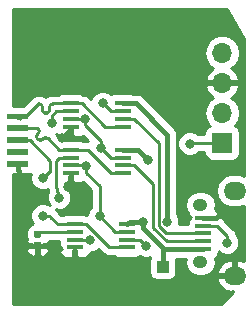
<source format=gtl>
G04 #@! TF.GenerationSoftware,KiCad,Pcbnew,5.0.2+dfsg1-1*
G04 #@! TF.CreationDate,2019-03-31T19:45:05+02:00*
G04 #@! TF.ProjectId,gj-adapter,676a2d61-6461-4707-9465-722e6b696361,rev?*
G04 #@! TF.SameCoordinates,Original*
G04 #@! TF.FileFunction,Copper,L1,Top*
G04 #@! TF.FilePolarity,Positive*
%FSLAX46Y46*%
G04 Gerber Fmt 4.6, Leading zero omitted, Abs format (unit mm)*
G04 Created by KiCad (PCBNEW 5.0.2+dfsg1-1) date dom 31 mar 2019 19:45:05 CEST*
%MOMM*%
%LPD*%
G01*
G04 APERTURE LIST*
G04 #@! TA.AperFunction,ComponentPad*
%ADD10O,1.250000X1.050000*%
G04 #@! TD*
G04 #@! TA.AperFunction,SMDPad,CuDef*
%ADD11R,1.350000X0.400000*%
G04 #@! TD*
G04 #@! TA.AperFunction,ComponentPad*
%ADD12O,1.900000X1.524000*%
G04 #@! TD*
G04 #@! TA.AperFunction,SMDPad,CuDef*
%ADD13C,0.500000*%
G04 #@! TD*
G04 #@! TA.AperFunction,Conductor*
%ADD14C,0.100000*%
G04 #@! TD*
G04 #@! TA.AperFunction,ComponentPad*
%ADD15R,1.700000X1.700000*%
G04 #@! TD*
G04 #@! TA.AperFunction,ComponentPad*
%ADD16O,1.700000X1.700000*%
G04 #@! TD*
G04 #@! TA.AperFunction,SMDPad,CuDef*
%ADD17C,0.590000*%
G04 #@! TD*
G04 #@! TA.AperFunction,SMDPad,CuDef*
%ADD18R,1.450000X0.450000*%
G04 #@! TD*
G04 #@! TA.AperFunction,SMDPad,CuDef*
%ADD19R,1.000000X1.000000*%
G04 #@! TD*
G04 #@! TA.AperFunction,ViaPad*
%ADD20C,0.800000*%
G04 #@! TD*
G04 #@! TA.AperFunction,Conductor*
%ADD21C,0.200000*%
G04 #@! TD*
G04 #@! TA.AperFunction,Conductor*
%ADD22C,0.250000*%
G04 #@! TD*
G04 #@! TA.AperFunction,Conductor*
%ADD23C,0.400000*%
G04 #@! TD*
G04 #@! TA.AperFunction,Conductor*
%ADD24C,0.254000*%
G04 #@! TD*
G04 APERTURE END LIST*
D10*
G04 #@! TO.P,J3,8*
G04 #@! TO.N,N/C*
X133879000Y-81261000D03*
G04 #@! TO.P,J3,7*
X133879000Y-86111000D03*
D11*
G04 #@! TO.P,J3,5*
G04 #@! TO.N,GND*
X134104000Y-82386000D03*
G04 #@! TO.P,J3,4*
G04 #@! TO.N,ID-PC*
X134104000Y-83036000D03*
G04 #@! TO.P,J3,3*
G04 #@! TO.N,D+-PC*
X134104000Y-83686000D03*
G04 #@! TO.P,J3,2*
G04 #@! TO.N,D--PC*
X134104000Y-84336000D03*
G04 #@! TO.P,J3,1*
G04 #@! TO.N,VCC*
X134104000Y-84986000D03*
D12*
G04 #@! TO.P,J3,9*
G04 #@! TO.N,N/C*
X136779000Y-80086000D03*
G04 #@! TO.P,J3,6*
G04 #@! TO.N,GND*
X136779000Y-87286000D03*
G04 #@! TD*
D13*
G04 #@! TO.P,J1,1*
G04 #@! TO.N,D+*
X118389400Y-73787000D03*
D14*
G04 #@! TD*
G04 #@! TO.N,D+*
G04 #@! TO.C,J1*
G36*
X119314400Y-74037000D02*
X117464400Y-74037000D01*
X117464400Y-73537000D01*
X119314400Y-73537000D01*
X119314400Y-74037000D01*
X119314400Y-74037000D01*
G37*
D13*
G04 #@! TO.P,J1,2*
G04 #@! TO.N,D-*
X118389400Y-74787000D03*
D14*
G04 #@! TD*
G04 #@! TO.N,D-*
G04 #@! TO.C,J1*
G36*
X119314400Y-75037000D02*
X117464400Y-75037000D01*
X117464400Y-74537000D01*
X119314400Y-74537000D01*
X119314400Y-75037000D01*
X119314400Y-75037000D01*
G37*
D13*
G04 #@! TO.P,J1,3*
G04 #@! TO.N,ID-device*
X118389400Y-75787000D03*
D14*
G04 #@! TD*
G04 #@! TO.N,ID-device*
G04 #@! TO.C,J1*
G36*
X119314400Y-76037000D02*
X117464400Y-76037000D01*
X117464400Y-75537000D01*
X119314400Y-75537000D01*
X119314400Y-76037000D01*
X119314400Y-76037000D01*
G37*
D13*
G04 #@! TO.P,J1,4*
G04 #@! TO.N,N/C*
X118389400Y-76787000D03*
D14*
G04 #@! TD*
G04 #@! TO.N,N/C*
G04 #@! TO.C,J1*
G36*
X119314400Y-77037000D02*
X117464400Y-77037000D01*
X117464400Y-76537000D01*
X119314400Y-76537000D01*
X119314400Y-77037000D01*
X119314400Y-77037000D01*
G37*
D13*
G04 #@! TO.P,J1,5*
G04 #@! TO.N,GND*
X118389400Y-77787000D03*
D14*
G04 #@! TD*
G04 #@! TO.N,GND*
G04 #@! TO.C,J1*
G36*
X119314400Y-78037000D02*
X117464400Y-78037000D01*
X117464400Y-77537000D01*
X119314400Y-77537000D01*
X119314400Y-78037000D01*
X119314400Y-78037000D01*
G37*
D15*
G04 #@! TO.P,J2,1*
G04 #@! TO.N,TX*
X135712200Y-76022200D03*
D16*
G04 #@! TO.P,J2,2*
G04 #@! TO.N,RX*
X135712200Y-73482200D03*
G04 #@! TO.P,J2,3*
G04 #@! TO.N,GND*
X135712200Y-70942200D03*
G04 #@! TO.P,J2,4*
G04 #@! TO.N,Mode*
X135712200Y-68402200D03*
G04 #@! TD*
D14*
G04 #@! TO.N,Net-(R1-Pad1)*
G04 #@! TO.C,R1*
G36*
X120278158Y-83449510D02*
X120292476Y-83451634D01*
X120306517Y-83455151D01*
X120320146Y-83460028D01*
X120333231Y-83466217D01*
X120345647Y-83473658D01*
X120357273Y-83482281D01*
X120367998Y-83492002D01*
X120377719Y-83502727D01*
X120386342Y-83514353D01*
X120393783Y-83526769D01*
X120399972Y-83539854D01*
X120404849Y-83553483D01*
X120408366Y-83567524D01*
X120410490Y-83581842D01*
X120411200Y-83596300D01*
X120411200Y-83891300D01*
X120410490Y-83905758D01*
X120408366Y-83920076D01*
X120404849Y-83934117D01*
X120399972Y-83947746D01*
X120393783Y-83960831D01*
X120386342Y-83973247D01*
X120377719Y-83984873D01*
X120367998Y-83995598D01*
X120357273Y-84005319D01*
X120345647Y-84013942D01*
X120333231Y-84021383D01*
X120320146Y-84027572D01*
X120306517Y-84032449D01*
X120292476Y-84035966D01*
X120278158Y-84038090D01*
X120263700Y-84038800D01*
X119918700Y-84038800D01*
X119904242Y-84038090D01*
X119889924Y-84035966D01*
X119875883Y-84032449D01*
X119862254Y-84027572D01*
X119849169Y-84021383D01*
X119836753Y-84013942D01*
X119825127Y-84005319D01*
X119814402Y-83995598D01*
X119804681Y-83984873D01*
X119796058Y-83973247D01*
X119788617Y-83960831D01*
X119782428Y-83947746D01*
X119777551Y-83934117D01*
X119774034Y-83920076D01*
X119771910Y-83905758D01*
X119771200Y-83891300D01*
X119771200Y-83596300D01*
X119771910Y-83581842D01*
X119774034Y-83567524D01*
X119777551Y-83553483D01*
X119782428Y-83539854D01*
X119788617Y-83526769D01*
X119796058Y-83514353D01*
X119804681Y-83502727D01*
X119814402Y-83492002D01*
X119825127Y-83482281D01*
X119836753Y-83473658D01*
X119849169Y-83466217D01*
X119862254Y-83460028D01*
X119875883Y-83455151D01*
X119889924Y-83451634D01*
X119904242Y-83449510D01*
X119918700Y-83448800D01*
X120263700Y-83448800D01*
X120278158Y-83449510D01*
X120278158Y-83449510D01*
G37*
D17*
G04 #@! TD*
G04 #@! TO.P,R1,1*
G04 #@! TO.N,Net-(R1-Pad1)*
X120091200Y-83743800D03*
D14*
G04 #@! TO.N,GND*
G04 #@! TO.C,R1*
G36*
X120278158Y-84419510D02*
X120292476Y-84421634D01*
X120306517Y-84425151D01*
X120320146Y-84430028D01*
X120333231Y-84436217D01*
X120345647Y-84443658D01*
X120357273Y-84452281D01*
X120367998Y-84462002D01*
X120377719Y-84472727D01*
X120386342Y-84484353D01*
X120393783Y-84496769D01*
X120399972Y-84509854D01*
X120404849Y-84523483D01*
X120408366Y-84537524D01*
X120410490Y-84551842D01*
X120411200Y-84566300D01*
X120411200Y-84861300D01*
X120410490Y-84875758D01*
X120408366Y-84890076D01*
X120404849Y-84904117D01*
X120399972Y-84917746D01*
X120393783Y-84930831D01*
X120386342Y-84943247D01*
X120377719Y-84954873D01*
X120367998Y-84965598D01*
X120357273Y-84975319D01*
X120345647Y-84983942D01*
X120333231Y-84991383D01*
X120320146Y-84997572D01*
X120306517Y-85002449D01*
X120292476Y-85005966D01*
X120278158Y-85008090D01*
X120263700Y-85008800D01*
X119918700Y-85008800D01*
X119904242Y-85008090D01*
X119889924Y-85005966D01*
X119875883Y-85002449D01*
X119862254Y-84997572D01*
X119849169Y-84991383D01*
X119836753Y-84983942D01*
X119825127Y-84975319D01*
X119814402Y-84965598D01*
X119804681Y-84954873D01*
X119796058Y-84943247D01*
X119788617Y-84930831D01*
X119782428Y-84917746D01*
X119777551Y-84904117D01*
X119774034Y-84890076D01*
X119771910Y-84875758D01*
X119771200Y-84861300D01*
X119771200Y-84566300D01*
X119771910Y-84551842D01*
X119774034Y-84537524D01*
X119777551Y-84523483D01*
X119782428Y-84509854D01*
X119788617Y-84496769D01*
X119796058Y-84484353D01*
X119804681Y-84472727D01*
X119814402Y-84462002D01*
X119825127Y-84452281D01*
X119836753Y-84443658D01*
X119849169Y-84436217D01*
X119862254Y-84430028D01*
X119875883Y-84425151D01*
X119889924Y-84421634D01*
X119904242Y-84419510D01*
X119918700Y-84418800D01*
X120263700Y-84418800D01*
X120278158Y-84419510D01*
X120278158Y-84419510D01*
G37*
D17*
G04 #@! TD*
G04 #@! TO.P,R1,2*
G04 #@! TO.N,GND*
X120091200Y-84713800D03*
D18*
G04 #@! TO.P,U1,1*
G04 #@! TO.N,D+*
X122895000Y-72685000D03*
G04 #@! TO.P,U1,2*
G04 #@! TO.N,RX*
X122895000Y-73335000D03*
G04 #@! TO.P,U1,3*
G04 #@! TO.N,Mode*
X122895000Y-73985000D03*
G04 #@! TO.P,U1,4*
G04 #@! TO.N,GND*
X122895000Y-74635000D03*
G04 #@! TO.P,U1,5*
G04 #@! TO.N,D+*
X127295000Y-74635000D03*
G04 #@! TO.P,U1,6*
G04 #@! TO.N,D+-PC*
X127295000Y-73985000D03*
G04 #@! TO.P,U1,7*
G04 #@! TO.N,Mode*
X127295000Y-73335000D03*
G04 #@! TO.P,U1,8*
G04 #@! TO.N,VCC*
X127295000Y-72685000D03*
G04 #@! TD*
G04 #@! TO.P,U2,1*
G04 #@! TO.N,ID-device*
X123250600Y-82921200D03*
G04 #@! TO.P,U2,2*
G04 #@! TO.N,Net-(R1-Pad1)*
X123250600Y-83571200D03*
G04 #@! TO.P,U2,3*
G04 #@! TO.N,Mode*
X123250600Y-84221200D03*
G04 #@! TO.P,U2,4*
G04 #@! TO.N,GND*
X123250600Y-84871200D03*
G04 #@! TO.P,U2,5*
G04 #@! TO.N,ID-device*
X127650600Y-84871200D03*
G04 #@! TO.P,U2,6*
G04 #@! TO.N,ID-PC*
X127650600Y-84221200D03*
G04 #@! TO.P,U2,7*
G04 #@! TO.N,Mode*
X127650600Y-83571200D03*
G04 #@! TO.P,U2,8*
G04 #@! TO.N,VCC*
X127650600Y-82921200D03*
G04 #@! TD*
G04 #@! TO.P,U3,8*
G04 #@! TO.N,VCC*
X127295000Y-76622000D03*
G04 #@! TO.P,U3,7*
G04 #@! TO.N,Mode*
X127295000Y-77272000D03*
G04 #@! TO.P,U3,6*
G04 #@! TO.N,D--PC*
X127295000Y-77922000D03*
G04 #@! TO.P,U3,5*
G04 #@! TO.N,D-*
X127295000Y-78572000D03*
G04 #@! TO.P,U3,4*
G04 #@! TO.N,GND*
X122895000Y-78572000D03*
G04 #@! TO.P,U3,3*
G04 #@! TO.N,Mode*
X122895000Y-77922000D03*
G04 #@! TO.P,U3,2*
G04 #@! TO.N,TX*
X122895000Y-77272000D03*
G04 #@! TO.P,U3,1*
G04 #@! TO.N,D-*
X122895000Y-76622000D03*
G04 #@! TD*
D19*
G04 #@! TO.P,TP1,1*
G04 #@! TO.N,VCC*
X130683000Y-86487000D03*
G04 #@! TD*
D20*
G04 #@! TO.N,GND*
X122174000Y-75565000D03*
X122682000Y-79756000D03*
X118491000Y-80518000D03*
G04 #@! TO.N,TX*
X132969000Y-76073000D03*
X121920000Y-80645000D03*
G04 #@! TO.N,RX*
X121285000Y-74295000D03*
G04 #@! TO.N,Mode*
X125603000Y-72644000D03*
X124139847Y-73980153D03*
X124203347Y-77980653D03*
X125476000Y-76428000D03*
X124533547Y-84254453D03*
X125349000Y-82244600D03*
G04 #@! TO.N,VCC*
X131064000Y-82677000D03*
X129032000Y-82677000D03*
X129413000Y-77470000D03*
G04 #@! TO.N,ID-device*
X120523000Y-78994000D03*
X120523000Y-82169000D03*
G04 #@! TO.N,ID-PC*
X129286000Y-84709000D03*
X136144000Y-84455000D03*
G04 #@! TD*
D21*
G04 #@! TO.N,D+*
X118389400Y-73787000D02*
X118664400Y-74062000D01*
D22*
X121096109Y-72854834D02*
X121131850Y-72797953D01*
X121073921Y-72918243D02*
X121096109Y-72854834D01*
X121066400Y-72985000D02*
X121073921Y-72918243D01*
X121131850Y-72797953D02*
X121179353Y-72750450D01*
X121066400Y-73163477D02*
X121066400Y-72985000D01*
X121299643Y-72692521D02*
X121366400Y-72685000D01*
X121058878Y-73230233D02*
X121066400Y-73163477D01*
X121036690Y-73293642D02*
X121058878Y-73230233D01*
X120953446Y-73398026D02*
X121000949Y-73350523D01*
X120699643Y-73455955D02*
X120766400Y-73463477D01*
X120233156Y-72692521D02*
X120296565Y-72714709D01*
X120353446Y-72750450D02*
X120400949Y-72797953D01*
X121366400Y-72685000D02*
X122895000Y-72685000D01*
X120833156Y-73455955D02*
X120896565Y-73433767D01*
X120636234Y-73433767D02*
X120699643Y-73455955D01*
X118389400Y-73787000D02*
X119064400Y-73787000D01*
X120296565Y-72714709D02*
X120353446Y-72750450D01*
X119064400Y-73787000D02*
X120166400Y-72685000D01*
X120436690Y-72854834D02*
X120458878Y-72918243D01*
X120166400Y-72685000D02*
X120233156Y-72692521D01*
X120458878Y-72918243D02*
X120466400Y-72985000D01*
X120896565Y-73433767D02*
X120953446Y-73398026D01*
X120766400Y-73463477D02*
X120833156Y-73455955D01*
X120579353Y-73398026D02*
X120636234Y-73433767D01*
X121179353Y-72750450D02*
X121236234Y-72714709D01*
X121000949Y-73350523D02*
X121036690Y-73293642D01*
X120400949Y-72797953D02*
X120436690Y-72854834D01*
X120466400Y-72985000D02*
X120466400Y-73163477D01*
X120466400Y-73163477D02*
X120473921Y-73230233D01*
X120473921Y-73230233D02*
X120496109Y-73293642D01*
X120496109Y-73293642D02*
X120531850Y-73350523D01*
X121236234Y-72714709D02*
X121299643Y-72692521D01*
X120531850Y-73350523D02*
X120579353Y-73398026D01*
X126320000Y-74635000D02*
X127295000Y-74635000D01*
X125820000Y-74635000D02*
X126320000Y-74635000D01*
X122895000Y-72685000D02*
X123870000Y-72685000D01*
X123870000Y-72685000D02*
X125820000Y-74635000D01*
G04 #@! TO.N,D-*
X123870000Y-76622000D02*
X122895000Y-76622000D01*
X124370000Y-76622000D02*
X123870000Y-76622000D01*
X126320000Y-78572000D02*
X124370000Y-76622000D01*
X127295000Y-78572000D02*
X126320000Y-78572000D01*
X120820479Y-75564494D02*
X120881004Y-75593642D01*
X120687805Y-75549546D02*
X120754984Y-75549546D01*
X120622311Y-75564494D02*
X120687805Y-75549546D01*
X121920000Y-76622000D02*
X122895000Y-76622000D01*
X120509263Y-75635527D02*
X120561785Y-75593642D01*
X120490409Y-75654382D02*
X120509263Y-75635527D01*
X120754984Y-75549546D02*
X120820479Y-75564494D01*
X120561785Y-75593642D02*
X120622311Y-75564494D01*
X120437886Y-75696267D02*
X120490409Y-75654382D01*
X120179193Y-75725414D02*
X120244687Y-75740363D01*
X120118667Y-75696267D02*
X120179193Y-75725414D01*
X120170981Y-75032721D02*
X120156032Y-75098215D01*
X120085000Y-74787000D02*
X120126885Y-74839522D01*
X120156032Y-74900048D02*
X120170981Y-74965542D01*
X120311866Y-75740363D02*
X120377360Y-75725414D01*
X120085000Y-75211264D02*
X120066145Y-75230118D01*
X120881004Y-75593642D02*
X120933528Y-75635528D01*
X120126885Y-74839522D02*
X120156032Y-74900048D01*
X120156032Y-75098215D02*
X120126885Y-75158741D01*
X120933528Y-75635528D02*
X121920000Y-76622000D01*
X120126885Y-75158741D02*
X120085000Y-75211264D01*
X120024260Y-75282640D02*
X119995112Y-75343166D01*
X120377360Y-75725414D02*
X120437886Y-75696267D01*
X118389400Y-74787000D02*
X120085000Y-74787000D01*
X120170981Y-74965542D02*
X120170981Y-75032721D01*
X120066145Y-75230118D02*
X120024260Y-75282640D01*
X119995112Y-75343166D02*
X119980164Y-75408660D01*
X120244687Y-75740363D02*
X120311866Y-75740363D01*
X120066145Y-75654382D02*
X120118667Y-75696267D01*
X119980164Y-75408660D02*
X119980164Y-75475839D01*
X119980164Y-75475839D02*
X119995112Y-75541334D01*
X119995112Y-75541334D02*
X120024260Y-75601859D01*
X120024260Y-75601859D02*
X120066145Y-75654382D01*
D23*
G04 #@! TO.N,GND*
X122895000Y-74635000D02*
X122895000Y-74844000D01*
X122895000Y-74844000D02*
X122174000Y-75565000D01*
X122895000Y-78572000D02*
X122895000Y-79543000D01*
X122895000Y-79543000D02*
X122682000Y-79756000D01*
X135179000Y-82386000D02*
X135523000Y-82042000D01*
X134104000Y-82386000D02*
X135179000Y-82386000D01*
X118389400Y-78312000D02*
X118491000Y-78413600D01*
X118389400Y-77787000D02*
X118389400Y-78312000D01*
X118491000Y-78413600D02*
X118491000Y-80518000D01*
D22*
G04 #@! TO.N,TX*
X135712200Y-76022200D02*
X133019800Y-76022200D01*
X133019800Y-76022200D02*
X132969000Y-76073000D01*
X121920000Y-77272000D02*
X122895000Y-77272000D01*
X121920000Y-80645000D02*
X121666000Y-79629000D01*
X121666000Y-77526000D02*
X121920000Y-77272000D01*
X121666000Y-79629000D02*
X121666000Y-77526000D01*
G04 #@! TO.N,RX*
X121920000Y-73335000D02*
X122895000Y-73335000D01*
X121679315Y-73335000D02*
X121920000Y-73335000D01*
X121285000Y-73729315D02*
X121679315Y-73335000D01*
X121285000Y-74295000D02*
X121285000Y-73729315D01*
G04 #@! TO.N,Mode*
X126294000Y-73335000D02*
X127295000Y-73335000D01*
X125603000Y-72644000D02*
X126294000Y-73335000D01*
X122895000Y-73985000D02*
X124135000Y-73985000D01*
X124135000Y-73985000D02*
X124139847Y-73980153D01*
X124139847Y-74545838D02*
X125476000Y-75881991D01*
X124139847Y-73980153D02*
X124139847Y-74545838D01*
X126320000Y-77272000D02*
X127295000Y-77272000D01*
X125476000Y-76428000D02*
X126320000Y-77272000D01*
X125476000Y-75881991D02*
X125476000Y-76428000D01*
X122895000Y-77922000D02*
X124144694Y-77922000D01*
X124144694Y-77922000D02*
X124203347Y-77980653D01*
X124203347Y-78546338D02*
X125349000Y-79691991D01*
X124203347Y-77980653D02*
X124203347Y-78546338D01*
X126675600Y-83571200D02*
X127650600Y-83571200D01*
X125349000Y-82244600D02*
X126675600Y-83571200D01*
X125349000Y-79691991D02*
X125349000Y-82244600D01*
X123250600Y-84221200D02*
X124500294Y-84221200D01*
X124500294Y-84221200D02*
X124533547Y-84254453D01*
D23*
G04 #@! TO.N,VCC*
X131064000Y-75329000D02*
X131064000Y-82677000D01*
X128420000Y-72685000D02*
X131064000Y-75329000D01*
X127295000Y-72685000D02*
X128420000Y-72685000D01*
X127894800Y-82677000D02*
X127650600Y-82921200D01*
X129032000Y-82677000D02*
X127894800Y-82677000D01*
X133029000Y-84986000D02*
X134104000Y-84986000D01*
X130775315Y-84986000D02*
X133029000Y-84986000D01*
X129032000Y-83242685D02*
X130775315Y-84986000D01*
X129032000Y-82677000D02*
X129032000Y-83242685D01*
X127295000Y-76622000D02*
X128565000Y-76622000D01*
X128565000Y-76622000D02*
X129413000Y-77470000D01*
X130683000Y-85078315D02*
X130775315Y-84986000D01*
X130683000Y-86487000D02*
X130683000Y-85078315D01*
D22*
G04 #@! TO.N,D--PC*
X129888987Y-83211402D02*
X131013585Y-84336000D01*
X127295000Y-77922000D02*
X128270000Y-77922000D01*
X131013585Y-84336000D02*
X133179000Y-84336000D01*
X128270000Y-77922000D02*
X129888987Y-79540987D01*
X129888987Y-79540987D02*
X129888987Y-83211402D01*
X133179000Y-84336000D02*
X134104000Y-84336000D01*
G04 #@! TO.N,D+-PC*
X133179000Y-83686000D02*
X134104000Y-83686000D01*
X127295000Y-73985000D02*
X128270000Y-73985000D01*
X128270000Y-73985000D02*
X130338998Y-76053998D01*
X130338998Y-76053998D02*
X130338998Y-83025002D01*
X130999996Y-83686000D02*
X133179000Y-83686000D01*
X130338998Y-83025002D02*
X130999996Y-83686000D01*
G04 #@! TO.N,Net-(R1-Pad1)*
X120263800Y-83571200D02*
X120091200Y-83743800D01*
X123250600Y-83571200D02*
X120263800Y-83571200D01*
G04 #@! TO.N,ID-device*
X126675600Y-84871200D02*
X127650600Y-84871200D01*
X126175600Y-84871200D02*
X126675600Y-84871200D01*
X124225600Y-82921200D02*
X126175600Y-84871200D01*
X123250600Y-82921200D02*
X124225600Y-82921200D01*
X118389400Y-75787000D02*
X118499402Y-75787000D01*
X121783200Y-82921200D02*
X123250600Y-82921200D01*
X121158000Y-82296000D02*
X121783200Y-82921200D01*
X121158000Y-78445598D02*
X121071402Y-78445598D01*
X121071402Y-78445598D02*
X120523000Y-78994000D01*
X121158000Y-82238315D02*
X121158000Y-82296000D01*
X121088685Y-82169000D02*
X121158000Y-82238315D01*
X120523000Y-82169000D02*
X121088685Y-82169000D01*
X119414400Y-75787000D02*
X121158000Y-77530600D01*
X118389400Y-75787000D02*
X119414400Y-75787000D01*
X121158000Y-77530600D02*
X121158000Y-78445598D01*
G04 #@! TO.N,ID-PC*
X127650600Y-84221200D02*
X128798200Y-84221200D01*
X128798200Y-84221200D02*
X129286000Y-84709000D01*
X136144000Y-83889315D02*
X135290685Y-83036000D01*
X135029000Y-83036000D02*
X134104000Y-83036000D01*
X135290685Y-83036000D02*
X135029000Y-83036000D01*
X136144000Y-84455000D02*
X136144000Y-83889315D01*
G04 #@! TD*
D24*
G04 #@! TO.N,GND*
G36*
X137542200Y-67184941D02*
X137542201Y-78790181D01*
X137512082Y-78770056D01*
X137104588Y-78689000D01*
X136453412Y-78689000D01*
X136045918Y-78770056D01*
X135583820Y-79078820D01*
X135275056Y-79540918D01*
X135166632Y-80086000D01*
X135275056Y-80631082D01*
X135583820Y-81093180D01*
X136045918Y-81401944D01*
X136453412Y-81483000D01*
X137104588Y-81483000D01*
X137512082Y-81401944D01*
X137542201Y-81381819D01*
X137542201Y-86027279D01*
X137125723Y-85893926D01*
X136906000Y-86044985D01*
X136906000Y-87159000D01*
X136926000Y-87159000D01*
X136926000Y-87413000D01*
X136906000Y-87413000D01*
X136906000Y-87433000D01*
X136652000Y-87433000D01*
X136652000Y-87413000D01*
X135359280Y-87413000D01*
X135236780Y-87629070D01*
X135244151Y-87672083D01*
X135494421Y-88158111D01*
X135911635Y-88511368D01*
X136432277Y-88678074D01*
X136651998Y-88527016D01*
X136651998Y-88657911D01*
X135646710Y-89663200D01*
X117981800Y-89663200D01*
X117981800Y-84999550D01*
X119136200Y-84999550D01*
X119136200Y-85135109D01*
X119232873Y-85368498D01*
X119411501Y-85547127D01*
X119644890Y-85643800D01*
X119805450Y-85643800D01*
X119964200Y-85485050D01*
X119964200Y-84840800D01*
X120218200Y-84840800D01*
X120218200Y-85485050D01*
X120376950Y-85643800D01*
X120537510Y-85643800D01*
X120770899Y-85547127D01*
X120949527Y-85368498D01*
X121046200Y-85135109D01*
X121046200Y-84999550D01*
X120887450Y-84840800D01*
X120218200Y-84840800D01*
X119964200Y-84840800D01*
X119294950Y-84840800D01*
X119136200Y-84999550D01*
X117981800Y-84999550D01*
X117981800Y-78684440D01*
X119314400Y-78684440D01*
X119550392Y-78637499D01*
X119488000Y-78788126D01*
X119488000Y-79199874D01*
X119645569Y-79580280D01*
X119936720Y-79871431D01*
X120317126Y-80029000D01*
X120728874Y-80029000D01*
X120956288Y-79934802D01*
X120960720Y-79941435D01*
X121009812Y-80137803D01*
X120885000Y-80439126D01*
X120885000Y-80850874D01*
X121042569Y-81231280D01*
X121098317Y-81287028D01*
X120728874Y-81134000D01*
X120317126Y-81134000D01*
X119936720Y-81291569D01*
X119645569Y-81582720D01*
X119488000Y-81963126D01*
X119488000Y-82374874D01*
X119645569Y-82755280D01*
X119729319Y-82839030D01*
X119614490Y-82861871D01*
X119356593Y-83034193D01*
X119184271Y-83292090D01*
X119123760Y-83596300D01*
X119123760Y-83891300D01*
X119181708Y-84182625D01*
X119136200Y-84292491D01*
X119136200Y-84428050D01*
X119294950Y-84586800D01*
X119556229Y-84586800D01*
X119614490Y-84625729D01*
X119918700Y-84686240D01*
X120263700Y-84686240D01*
X120567910Y-84625729D01*
X120626171Y-84586800D01*
X120887450Y-84586800D01*
X121046200Y-84428050D01*
X121046200Y-84331200D01*
X121878160Y-84331200D01*
X121878160Y-84446200D01*
X121892098Y-84516273D01*
X121890600Y-84519890D01*
X121890600Y-84599950D01*
X121913247Y-84622597D01*
X121927443Y-84693965D01*
X122067791Y-84904009D01*
X122187056Y-84983700D01*
X122049350Y-84983700D01*
X121890600Y-85142450D01*
X121890600Y-85222510D01*
X121987273Y-85455899D01*
X122165902Y-85634527D01*
X122399291Y-85731200D01*
X122964850Y-85731200D01*
X123123600Y-85572450D01*
X123123600Y-85093640D01*
X123377600Y-85093640D01*
X123377600Y-85572450D01*
X123536350Y-85731200D01*
X124101909Y-85731200D01*
X124335298Y-85634527D01*
X124513927Y-85455899D01*
X124582871Y-85289453D01*
X124739421Y-85289453D01*
X125119827Y-85131884D01*
X125240654Y-85011057D01*
X125585273Y-85355676D01*
X125627671Y-85419129D01*
X125691124Y-85461527D01*
X125691126Y-85461529D01*
X125776065Y-85518283D01*
X125879063Y-85587104D01*
X126100748Y-85631200D01*
X126100752Y-85631200D01*
X126175599Y-85646088D01*
X126250446Y-85631200D01*
X126583315Y-85631200D01*
X126677835Y-85694357D01*
X126925600Y-85743640D01*
X128375600Y-85743640D01*
X128623365Y-85694357D01*
X128752295Y-85608208D01*
X129080126Y-85744000D01*
X129491874Y-85744000D01*
X129616019Y-85692578D01*
X129584843Y-85739235D01*
X129535560Y-85987000D01*
X129535560Y-86987000D01*
X129584843Y-87234765D01*
X129725191Y-87444809D01*
X129935235Y-87585157D01*
X130183000Y-87634440D01*
X131183000Y-87634440D01*
X131430765Y-87585157D01*
X131640809Y-87444809D01*
X131781157Y-87234765D01*
X131830440Y-86987000D01*
X131830440Y-85987000D01*
X131797421Y-85821000D01*
X132653960Y-85821000D01*
X132596275Y-86111000D01*
X132686305Y-86563609D01*
X132942687Y-86947313D01*
X133326391Y-87203695D01*
X133664754Y-87271000D01*
X134093246Y-87271000D01*
X134431609Y-87203695D01*
X134815313Y-86947313D01*
X134818241Y-86942930D01*
X135236780Y-86942930D01*
X135359280Y-87159000D01*
X136652000Y-87159000D01*
X136652000Y-86044985D01*
X136432277Y-85893926D01*
X135911635Y-86060632D01*
X135494421Y-86413889D01*
X135244151Y-86899917D01*
X135236780Y-86942930D01*
X134818241Y-86942930D01*
X135071695Y-86563609D01*
X135161725Y-86111000D01*
X135088506Y-85742903D01*
X135236809Y-85643809D01*
X135377157Y-85433765D01*
X135423926Y-85198637D01*
X135557720Y-85332431D01*
X135938126Y-85490000D01*
X136349874Y-85490000D01*
X136730280Y-85332431D01*
X137021431Y-85041280D01*
X137179000Y-84660874D01*
X137179000Y-84249126D01*
X137021431Y-83868720D01*
X136888314Y-83735603D01*
X136859904Y-83592778D01*
X136691929Y-83341386D01*
X136628473Y-83298986D01*
X135881016Y-82551530D01*
X135838614Y-82488071D01*
X135587222Y-82320096D01*
X135414000Y-82285640D01*
X135414000Y-82258998D01*
X135282252Y-82258998D01*
X135414000Y-82127250D01*
X135414000Y-82059691D01*
X135317327Y-81826302D01*
X135138699Y-81647673D01*
X135088913Y-81627051D01*
X135161725Y-81261000D01*
X135071695Y-80808391D01*
X134815313Y-80424687D01*
X134431609Y-80168305D01*
X134093246Y-80101000D01*
X133664754Y-80101000D01*
X133326391Y-80168305D01*
X132942687Y-80424687D01*
X132686305Y-80808391D01*
X132596275Y-81261000D01*
X132686305Y-81713609D01*
X132841280Y-81945547D01*
X132794000Y-82059691D01*
X132794000Y-82127250D01*
X132952750Y-82286000D01*
X133109164Y-82286000D01*
X132971191Y-82378191D01*
X132830843Y-82588235D01*
X132825958Y-82612792D01*
X132794000Y-82644750D01*
X132794000Y-82712309D01*
X132802217Y-82732147D01*
X132781560Y-82836000D01*
X132781560Y-82926000D01*
X132081137Y-82926000D01*
X132099000Y-82882874D01*
X132099000Y-82471126D01*
X131941431Y-82090720D01*
X131899000Y-82048289D01*
X131899000Y-75867126D01*
X131934000Y-75867126D01*
X131934000Y-76278874D01*
X132091569Y-76659280D01*
X132382720Y-76950431D01*
X132763126Y-77108000D01*
X133174874Y-77108000D01*
X133555280Y-76950431D01*
X133723511Y-76782200D01*
X134214760Y-76782200D01*
X134214760Y-76872200D01*
X134264043Y-77119965D01*
X134404391Y-77330009D01*
X134614435Y-77470357D01*
X134862200Y-77519640D01*
X136562200Y-77519640D01*
X136809965Y-77470357D01*
X137020009Y-77330009D01*
X137160357Y-77119965D01*
X137209640Y-76872200D01*
X137209640Y-75172200D01*
X137160357Y-74924435D01*
X137020009Y-74714391D01*
X136809965Y-74574043D01*
X136764581Y-74565016D01*
X136782825Y-74552825D01*
X137111039Y-74061618D01*
X137226292Y-73482200D01*
X137111039Y-72902782D01*
X136782825Y-72411575D01*
X136463722Y-72198357D01*
X136593558Y-72137383D01*
X136983845Y-71709124D01*
X137153676Y-71299090D01*
X137032355Y-71069200D01*
X135839200Y-71069200D01*
X135839200Y-71089200D01*
X135585200Y-71089200D01*
X135585200Y-71069200D01*
X134392045Y-71069200D01*
X134270724Y-71299090D01*
X134440555Y-71709124D01*
X134830842Y-72137383D01*
X134960678Y-72198357D01*
X134641575Y-72411575D01*
X134313361Y-72902782D01*
X134198108Y-73482200D01*
X134313361Y-74061618D01*
X134641575Y-74552825D01*
X134659819Y-74565016D01*
X134614435Y-74574043D01*
X134404391Y-74714391D01*
X134264043Y-74924435D01*
X134214760Y-75172200D01*
X134214760Y-75262200D01*
X133621911Y-75262200D01*
X133555280Y-75195569D01*
X133174874Y-75038000D01*
X132763126Y-75038000D01*
X132382720Y-75195569D01*
X132091569Y-75486720D01*
X131934000Y-75867126D01*
X131899000Y-75867126D01*
X131899000Y-75411237D01*
X131915358Y-75329000D01*
X131895074Y-75227026D01*
X131850552Y-75003199D01*
X131666001Y-74726999D01*
X131596283Y-74680415D01*
X129068587Y-72152720D01*
X129022001Y-72082999D01*
X128745801Y-71898448D01*
X128502237Y-71850000D01*
X128502233Y-71850000D01*
X128420000Y-71833643D01*
X128337767Y-71850000D01*
X128208226Y-71850000D01*
X128020000Y-71812560D01*
X126570000Y-71812560D01*
X126322235Y-71861843D01*
X126299647Y-71876936D01*
X126189280Y-71766569D01*
X125808874Y-71609000D01*
X125397126Y-71609000D01*
X125016720Y-71766569D01*
X124725569Y-72057720D01*
X124606055Y-72346254D01*
X124460331Y-72200530D01*
X124417929Y-72137071D01*
X124166537Y-71969096D01*
X123969675Y-71929938D01*
X123867765Y-71861843D01*
X123620000Y-71812560D01*
X122170000Y-71812560D01*
X121922235Y-71861843D01*
X121827715Y-71925000D01*
X121398392Y-71925000D01*
X121355696Y-71921398D01*
X121353790Y-71921613D01*
X121343088Y-71918852D01*
X121299541Y-71925000D01*
X121291548Y-71925000D01*
X121272003Y-71928888D01*
X121203996Y-71938489D01*
X121140177Y-71945679D01*
X121129926Y-71948946D01*
X121119281Y-71950449D01*
X121117481Y-71951079D01*
X121106433Y-71950769D01*
X121016525Y-71985089D01*
X120924822Y-72014317D01*
X120916376Y-72021449D01*
X120914569Y-72022081D01*
X120905307Y-72027544D01*
X120895267Y-72031377D01*
X120893652Y-72032391D01*
X120882816Y-72034547D01*
X120802793Y-72088016D01*
X120766400Y-72109484D01*
X120730003Y-72088014D01*
X120649983Y-72034547D01*
X120639147Y-72032391D01*
X120637532Y-72031377D01*
X120627492Y-72027544D01*
X120618230Y-72022081D01*
X120616423Y-72021449D01*
X120607977Y-72014317D01*
X120516269Y-71985088D01*
X120426366Y-71950770D01*
X120415321Y-71951080D01*
X120413518Y-71950449D01*
X120402869Y-71948946D01*
X120392623Y-71945680D01*
X120328824Y-71938492D01*
X120260780Y-71928885D01*
X120166399Y-71910112D01*
X120059994Y-71931277D01*
X119951877Y-71940398D01*
X119912895Y-71960537D01*
X119869862Y-71969097D01*
X119779648Y-72029376D01*
X119683260Y-72079172D01*
X119606383Y-72170214D01*
X118887038Y-72889560D01*
X117981800Y-72889560D01*
X117981800Y-68402200D01*
X134198108Y-68402200D01*
X134313361Y-68981618D01*
X134641575Y-69472825D01*
X134960678Y-69686043D01*
X134830842Y-69747017D01*
X134440555Y-70175276D01*
X134270724Y-70585310D01*
X134392045Y-70815200D01*
X135585200Y-70815200D01*
X135585200Y-70795200D01*
X135839200Y-70795200D01*
X135839200Y-70815200D01*
X137032355Y-70815200D01*
X137153676Y-70585310D01*
X136983845Y-70175276D01*
X136593558Y-69747017D01*
X136463722Y-69686043D01*
X136782825Y-69472825D01*
X137111039Y-68981618D01*
X137226292Y-68402200D01*
X137111039Y-67822782D01*
X136782825Y-67331575D01*
X136291618Y-67003361D01*
X135858456Y-66917200D01*
X135565944Y-66917200D01*
X135132782Y-67003361D01*
X134641575Y-67331575D01*
X134313361Y-67822782D01*
X134198108Y-68402200D01*
X117981800Y-68402200D01*
X117981800Y-64641800D01*
X136166403Y-64641800D01*
X137542200Y-67184941D01*
X137542200Y-67184941D01*
G37*
X137542200Y-67184941D02*
X137542201Y-78790181D01*
X137512082Y-78770056D01*
X137104588Y-78689000D01*
X136453412Y-78689000D01*
X136045918Y-78770056D01*
X135583820Y-79078820D01*
X135275056Y-79540918D01*
X135166632Y-80086000D01*
X135275056Y-80631082D01*
X135583820Y-81093180D01*
X136045918Y-81401944D01*
X136453412Y-81483000D01*
X137104588Y-81483000D01*
X137512082Y-81401944D01*
X137542201Y-81381819D01*
X137542201Y-86027279D01*
X137125723Y-85893926D01*
X136906000Y-86044985D01*
X136906000Y-87159000D01*
X136926000Y-87159000D01*
X136926000Y-87413000D01*
X136906000Y-87413000D01*
X136906000Y-87433000D01*
X136652000Y-87433000D01*
X136652000Y-87413000D01*
X135359280Y-87413000D01*
X135236780Y-87629070D01*
X135244151Y-87672083D01*
X135494421Y-88158111D01*
X135911635Y-88511368D01*
X136432277Y-88678074D01*
X136651998Y-88527016D01*
X136651998Y-88657911D01*
X135646710Y-89663200D01*
X117981800Y-89663200D01*
X117981800Y-84999550D01*
X119136200Y-84999550D01*
X119136200Y-85135109D01*
X119232873Y-85368498D01*
X119411501Y-85547127D01*
X119644890Y-85643800D01*
X119805450Y-85643800D01*
X119964200Y-85485050D01*
X119964200Y-84840800D01*
X120218200Y-84840800D01*
X120218200Y-85485050D01*
X120376950Y-85643800D01*
X120537510Y-85643800D01*
X120770899Y-85547127D01*
X120949527Y-85368498D01*
X121046200Y-85135109D01*
X121046200Y-84999550D01*
X120887450Y-84840800D01*
X120218200Y-84840800D01*
X119964200Y-84840800D01*
X119294950Y-84840800D01*
X119136200Y-84999550D01*
X117981800Y-84999550D01*
X117981800Y-78684440D01*
X119314400Y-78684440D01*
X119550392Y-78637499D01*
X119488000Y-78788126D01*
X119488000Y-79199874D01*
X119645569Y-79580280D01*
X119936720Y-79871431D01*
X120317126Y-80029000D01*
X120728874Y-80029000D01*
X120956288Y-79934802D01*
X120960720Y-79941435D01*
X121009812Y-80137803D01*
X120885000Y-80439126D01*
X120885000Y-80850874D01*
X121042569Y-81231280D01*
X121098317Y-81287028D01*
X120728874Y-81134000D01*
X120317126Y-81134000D01*
X119936720Y-81291569D01*
X119645569Y-81582720D01*
X119488000Y-81963126D01*
X119488000Y-82374874D01*
X119645569Y-82755280D01*
X119729319Y-82839030D01*
X119614490Y-82861871D01*
X119356593Y-83034193D01*
X119184271Y-83292090D01*
X119123760Y-83596300D01*
X119123760Y-83891300D01*
X119181708Y-84182625D01*
X119136200Y-84292491D01*
X119136200Y-84428050D01*
X119294950Y-84586800D01*
X119556229Y-84586800D01*
X119614490Y-84625729D01*
X119918700Y-84686240D01*
X120263700Y-84686240D01*
X120567910Y-84625729D01*
X120626171Y-84586800D01*
X120887450Y-84586800D01*
X121046200Y-84428050D01*
X121046200Y-84331200D01*
X121878160Y-84331200D01*
X121878160Y-84446200D01*
X121892098Y-84516273D01*
X121890600Y-84519890D01*
X121890600Y-84599950D01*
X121913247Y-84622597D01*
X121927443Y-84693965D01*
X122067791Y-84904009D01*
X122187056Y-84983700D01*
X122049350Y-84983700D01*
X121890600Y-85142450D01*
X121890600Y-85222510D01*
X121987273Y-85455899D01*
X122165902Y-85634527D01*
X122399291Y-85731200D01*
X122964850Y-85731200D01*
X123123600Y-85572450D01*
X123123600Y-85093640D01*
X123377600Y-85093640D01*
X123377600Y-85572450D01*
X123536350Y-85731200D01*
X124101909Y-85731200D01*
X124335298Y-85634527D01*
X124513927Y-85455899D01*
X124582871Y-85289453D01*
X124739421Y-85289453D01*
X125119827Y-85131884D01*
X125240654Y-85011057D01*
X125585273Y-85355676D01*
X125627671Y-85419129D01*
X125691124Y-85461527D01*
X125691126Y-85461529D01*
X125776065Y-85518283D01*
X125879063Y-85587104D01*
X126100748Y-85631200D01*
X126100752Y-85631200D01*
X126175599Y-85646088D01*
X126250446Y-85631200D01*
X126583315Y-85631200D01*
X126677835Y-85694357D01*
X126925600Y-85743640D01*
X128375600Y-85743640D01*
X128623365Y-85694357D01*
X128752295Y-85608208D01*
X129080126Y-85744000D01*
X129491874Y-85744000D01*
X129616019Y-85692578D01*
X129584843Y-85739235D01*
X129535560Y-85987000D01*
X129535560Y-86987000D01*
X129584843Y-87234765D01*
X129725191Y-87444809D01*
X129935235Y-87585157D01*
X130183000Y-87634440D01*
X131183000Y-87634440D01*
X131430765Y-87585157D01*
X131640809Y-87444809D01*
X131781157Y-87234765D01*
X131830440Y-86987000D01*
X131830440Y-85987000D01*
X131797421Y-85821000D01*
X132653960Y-85821000D01*
X132596275Y-86111000D01*
X132686305Y-86563609D01*
X132942687Y-86947313D01*
X133326391Y-87203695D01*
X133664754Y-87271000D01*
X134093246Y-87271000D01*
X134431609Y-87203695D01*
X134815313Y-86947313D01*
X134818241Y-86942930D01*
X135236780Y-86942930D01*
X135359280Y-87159000D01*
X136652000Y-87159000D01*
X136652000Y-86044985D01*
X136432277Y-85893926D01*
X135911635Y-86060632D01*
X135494421Y-86413889D01*
X135244151Y-86899917D01*
X135236780Y-86942930D01*
X134818241Y-86942930D01*
X135071695Y-86563609D01*
X135161725Y-86111000D01*
X135088506Y-85742903D01*
X135236809Y-85643809D01*
X135377157Y-85433765D01*
X135423926Y-85198637D01*
X135557720Y-85332431D01*
X135938126Y-85490000D01*
X136349874Y-85490000D01*
X136730280Y-85332431D01*
X137021431Y-85041280D01*
X137179000Y-84660874D01*
X137179000Y-84249126D01*
X137021431Y-83868720D01*
X136888314Y-83735603D01*
X136859904Y-83592778D01*
X136691929Y-83341386D01*
X136628473Y-83298986D01*
X135881016Y-82551530D01*
X135838614Y-82488071D01*
X135587222Y-82320096D01*
X135414000Y-82285640D01*
X135414000Y-82258998D01*
X135282252Y-82258998D01*
X135414000Y-82127250D01*
X135414000Y-82059691D01*
X135317327Y-81826302D01*
X135138699Y-81647673D01*
X135088913Y-81627051D01*
X135161725Y-81261000D01*
X135071695Y-80808391D01*
X134815313Y-80424687D01*
X134431609Y-80168305D01*
X134093246Y-80101000D01*
X133664754Y-80101000D01*
X133326391Y-80168305D01*
X132942687Y-80424687D01*
X132686305Y-80808391D01*
X132596275Y-81261000D01*
X132686305Y-81713609D01*
X132841280Y-81945547D01*
X132794000Y-82059691D01*
X132794000Y-82127250D01*
X132952750Y-82286000D01*
X133109164Y-82286000D01*
X132971191Y-82378191D01*
X132830843Y-82588235D01*
X132825958Y-82612792D01*
X132794000Y-82644750D01*
X132794000Y-82712309D01*
X132802217Y-82732147D01*
X132781560Y-82836000D01*
X132781560Y-82926000D01*
X132081137Y-82926000D01*
X132099000Y-82882874D01*
X132099000Y-82471126D01*
X131941431Y-82090720D01*
X131899000Y-82048289D01*
X131899000Y-75867126D01*
X131934000Y-75867126D01*
X131934000Y-76278874D01*
X132091569Y-76659280D01*
X132382720Y-76950431D01*
X132763126Y-77108000D01*
X133174874Y-77108000D01*
X133555280Y-76950431D01*
X133723511Y-76782200D01*
X134214760Y-76782200D01*
X134214760Y-76872200D01*
X134264043Y-77119965D01*
X134404391Y-77330009D01*
X134614435Y-77470357D01*
X134862200Y-77519640D01*
X136562200Y-77519640D01*
X136809965Y-77470357D01*
X137020009Y-77330009D01*
X137160357Y-77119965D01*
X137209640Y-76872200D01*
X137209640Y-75172200D01*
X137160357Y-74924435D01*
X137020009Y-74714391D01*
X136809965Y-74574043D01*
X136764581Y-74565016D01*
X136782825Y-74552825D01*
X137111039Y-74061618D01*
X137226292Y-73482200D01*
X137111039Y-72902782D01*
X136782825Y-72411575D01*
X136463722Y-72198357D01*
X136593558Y-72137383D01*
X136983845Y-71709124D01*
X137153676Y-71299090D01*
X137032355Y-71069200D01*
X135839200Y-71069200D01*
X135839200Y-71089200D01*
X135585200Y-71089200D01*
X135585200Y-71069200D01*
X134392045Y-71069200D01*
X134270724Y-71299090D01*
X134440555Y-71709124D01*
X134830842Y-72137383D01*
X134960678Y-72198357D01*
X134641575Y-72411575D01*
X134313361Y-72902782D01*
X134198108Y-73482200D01*
X134313361Y-74061618D01*
X134641575Y-74552825D01*
X134659819Y-74565016D01*
X134614435Y-74574043D01*
X134404391Y-74714391D01*
X134264043Y-74924435D01*
X134214760Y-75172200D01*
X134214760Y-75262200D01*
X133621911Y-75262200D01*
X133555280Y-75195569D01*
X133174874Y-75038000D01*
X132763126Y-75038000D01*
X132382720Y-75195569D01*
X132091569Y-75486720D01*
X131934000Y-75867126D01*
X131899000Y-75867126D01*
X131899000Y-75411237D01*
X131915358Y-75329000D01*
X131895074Y-75227026D01*
X131850552Y-75003199D01*
X131666001Y-74726999D01*
X131596283Y-74680415D01*
X129068587Y-72152720D01*
X129022001Y-72082999D01*
X128745801Y-71898448D01*
X128502237Y-71850000D01*
X128502233Y-71850000D01*
X128420000Y-71833643D01*
X128337767Y-71850000D01*
X128208226Y-71850000D01*
X128020000Y-71812560D01*
X126570000Y-71812560D01*
X126322235Y-71861843D01*
X126299647Y-71876936D01*
X126189280Y-71766569D01*
X125808874Y-71609000D01*
X125397126Y-71609000D01*
X125016720Y-71766569D01*
X124725569Y-72057720D01*
X124606055Y-72346254D01*
X124460331Y-72200530D01*
X124417929Y-72137071D01*
X124166537Y-71969096D01*
X123969675Y-71929938D01*
X123867765Y-71861843D01*
X123620000Y-71812560D01*
X122170000Y-71812560D01*
X121922235Y-71861843D01*
X121827715Y-71925000D01*
X121398392Y-71925000D01*
X121355696Y-71921398D01*
X121353790Y-71921613D01*
X121343088Y-71918852D01*
X121299541Y-71925000D01*
X121291548Y-71925000D01*
X121272003Y-71928888D01*
X121203996Y-71938489D01*
X121140177Y-71945679D01*
X121129926Y-71948946D01*
X121119281Y-71950449D01*
X121117481Y-71951079D01*
X121106433Y-71950769D01*
X121016525Y-71985089D01*
X120924822Y-72014317D01*
X120916376Y-72021449D01*
X120914569Y-72022081D01*
X120905307Y-72027544D01*
X120895267Y-72031377D01*
X120893652Y-72032391D01*
X120882816Y-72034547D01*
X120802793Y-72088016D01*
X120766400Y-72109484D01*
X120730003Y-72088014D01*
X120649983Y-72034547D01*
X120639147Y-72032391D01*
X120637532Y-72031377D01*
X120627492Y-72027544D01*
X120618230Y-72022081D01*
X120616423Y-72021449D01*
X120607977Y-72014317D01*
X120516269Y-71985088D01*
X120426366Y-71950770D01*
X120415321Y-71951080D01*
X120413518Y-71950449D01*
X120402869Y-71948946D01*
X120392623Y-71945680D01*
X120328824Y-71938492D01*
X120260780Y-71928885D01*
X120166399Y-71910112D01*
X120059994Y-71931277D01*
X119951877Y-71940398D01*
X119912895Y-71960537D01*
X119869862Y-71969097D01*
X119779648Y-72029376D01*
X119683260Y-72079172D01*
X119606383Y-72170214D01*
X118887038Y-72889560D01*
X117981800Y-72889560D01*
X117981800Y-68402200D01*
X134198108Y-68402200D01*
X134313361Y-68981618D01*
X134641575Y-69472825D01*
X134960678Y-69686043D01*
X134830842Y-69747017D01*
X134440555Y-70175276D01*
X134270724Y-70585310D01*
X134392045Y-70815200D01*
X135585200Y-70815200D01*
X135585200Y-70795200D01*
X135839200Y-70795200D01*
X135839200Y-70815200D01*
X137032355Y-70815200D01*
X137153676Y-70585310D01*
X136983845Y-70175276D01*
X136593558Y-69747017D01*
X136463722Y-69686043D01*
X136782825Y-69472825D01*
X137111039Y-68981618D01*
X137226292Y-68402200D01*
X137111039Y-67822782D01*
X136782825Y-67331575D01*
X136291618Y-67003361D01*
X135858456Y-66917200D01*
X135565944Y-66917200D01*
X135132782Y-67003361D01*
X134641575Y-67331575D01*
X134313361Y-67822782D01*
X134198108Y-68402200D01*
X117981800Y-68402200D01*
X117981800Y-64641800D01*
X136166403Y-64641800D01*
X137542200Y-67184941D01*
G36*
X123022000Y-79273250D02*
X123180750Y-79432000D01*
X123746309Y-79432000D01*
X123935742Y-79353534D01*
X124589000Y-80006793D01*
X124589001Y-81540888D01*
X124471569Y-81658320D01*
X124314000Y-82038726D01*
X124314000Y-82158604D01*
X124223365Y-82098043D01*
X123975600Y-82048760D01*
X122525600Y-82048760D01*
X122277835Y-82098043D01*
X122183315Y-82161200D01*
X122098002Y-82161200D01*
X121864489Y-81927687D01*
X121705929Y-81690386D01*
X121664378Y-81662622D01*
X121661395Y-81658158D01*
X121714126Y-81680000D01*
X122125874Y-81680000D01*
X122506280Y-81522431D01*
X122797431Y-81231280D01*
X122955000Y-80850874D01*
X122955000Y-80439126D01*
X122797431Y-80058720D01*
X122506280Y-79767569D01*
X122481462Y-79757289D01*
X122426000Y-79535440D01*
X122426000Y-79432000D01*
X122609250Y-79432000D01*
X122768000Y-79273250D01*
X122768000Y-78794440D01*
X123022000Y-78794440D01*
X123022000Y-79273250D01*
X123022000Y-79273250D01*
G37*
X123022000Y-79273250D02*
X123180750Y-79432000D01*
X123746309Y-79432000D01*
X123935742Y-79353534D01*
X124589000Y-80006793D01*
X124589001Y-81540888D01*
X124471569Y-81658320D01*
X124314000Y-82038726D01*
X124314000Y-82158604D01*
X124223365Y-82098043D01*
X123975600Y-82048760D01*
X122525600Y-82048760D01*
X122277835Y-82098043D01*
X122183315Y-82161200D01*
X122098002Y-82161200D01*
X121864489Y-81927687D01*
X121705929Y-81690386D01*
X121664378Y-81662622D01*
X121661395Y-81658158D01*
X121714126Y-81680000D01*
X122125874Y-81680000D01*
X122506280Y-81522431D01*
X122797431Y-81231280D01*
X122955000Y-80850874D01*
X122955000Y-80439126D01*
X122797431Y-80058720D01*
X122506280Y-79767569D01*
X122481462Y-79757289D01*
X122426000Y-79535440D01*
X122426000Y-79432000D01*
X122609250Y-79432000D01*
X122768000Y-79273250D01*
X122768000Y-78794440D01*
X123022000Y-78794440D01*
X123022000Y-79273250D01*
G36*
X123022000Y-75336250D02*
X123180750Y-75495000D01*
X123746309Y-75495000D01*
X123935742Y-75416534D01*
X124366930Y-75847723D01*
X124295153Y-75862000D01*
X123962285Y-75862000D01*
X123867765Y-75798843D01*
X123620000Y-75749560D01*
X122170000Y-75749560D01*
X122130265Y-75757464D01*
X121640729Y-75267928D01*
X121668429Y-75256455D01*
X121810302Y-75398327D01*
X122043691Y-75495000D01*
X122609250Y-75495000D01*
X122768000Y-75336250D01*
X122768000Y-74857440D01*
X123022000Y-74857440D01*
X123022000Y-75336250D01*
X123022000Y-75336250D01*
G37*
X123022000Y-75336250D02*
X123180750Y-75495000D01*
X123746309Y-75495000D01*
X123935742Y-75416534D01*
X124366930Y-75847723D01*
X124295153Y-75862000D01*
X123962285Y-75862000D01*
X123867765Y-75798843D01*
X123620000Y-75749560D01*
X122170000Y-75749560D01*
X122130265Y-75757464D01*
X121640729Y-75267928D01*
X121668429Y-75256455D01*
X121810302Y-75398327D01*
X122043691Y-75495000D01*
X122609250Y-75495000D01*
X122768000Y-75336250D01*
X122768000Y-74857440D01*
X123022000Y-74857440D01*
X123022000Y-75336250D01*
G04 #@! TD*
M02*

</source>
